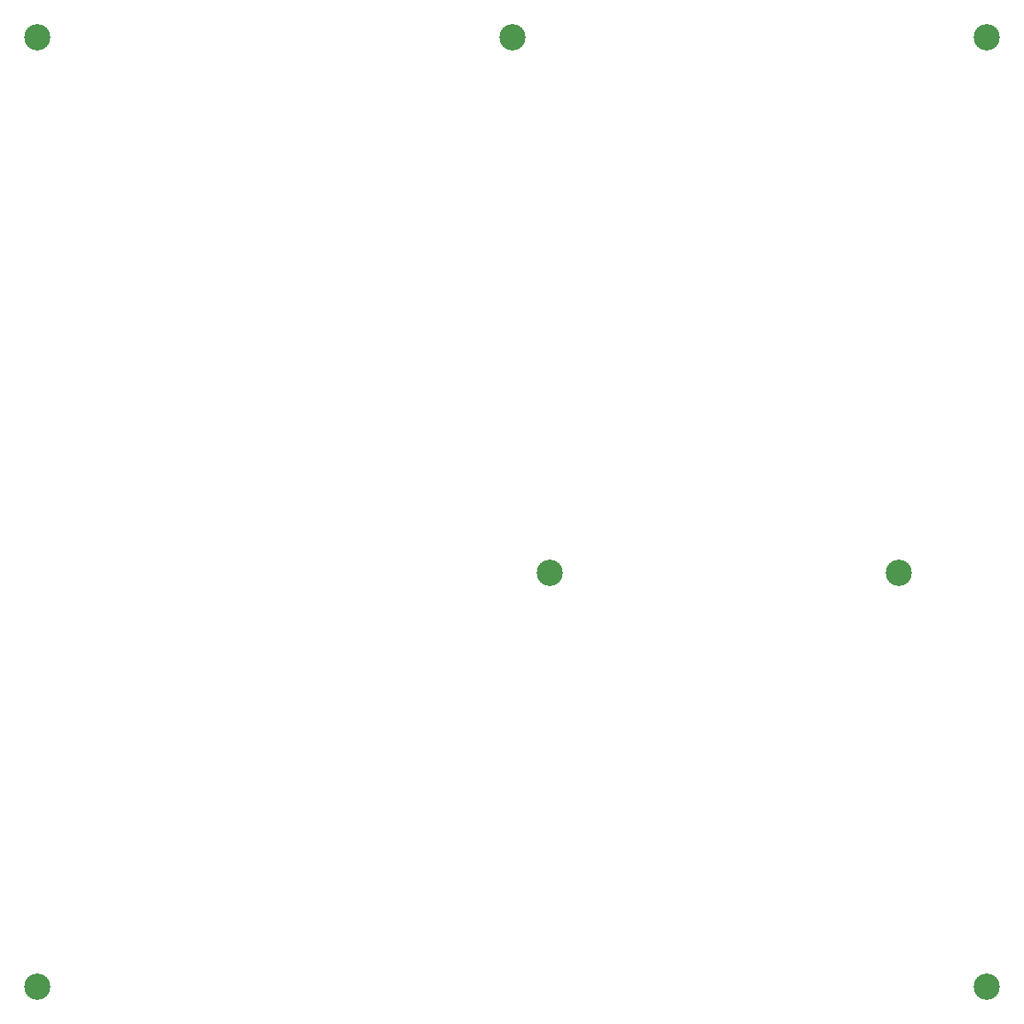
<source format=gbr>
%TF.GenerationSoftware,KiCad,Pcbnew,8.0.2*%
%TF.CreationDate,2024-05-14T20:48:34+07:00*%
%TF.ProjectId,HW.ACIM-INV,48572e41-4349-44d2-9d49-4e562e6b6963,0.0*%
%TF.SameCoordinates,Original*%
%TF.FileFunction,NonPlated,1,4,NPTH,Drill*%
%TF.FilePolarity,Positive*%
%FSLAX46Y46*%
G04 Gerber Fmt 4.6, Leading zero omitted, Abs format (unit mm)*
G04 Created by KiCad (PCBNEW 8.0.2) date 2024-05-14 20:48:34*
%MOMM*%
%LPD*%
G01*
G04 APERTURE LIST*
%TA.AperFunction,ComponentDrill*%
%ADD10C,2.500000*%
%TD*%
G04 APERTURE END LIST*
D10*
%TO.C,REF\u002A\u002A*%
X100000000Y-40000000D03*
%TO.C,*%
X100000000Y-130500000D03*
X145250000Y-40000000D03*
X148825000Y-91025000D03*
X182125000Y-91025000D03*
X190500000Y-40000000D03*
X190500000Y-130500000D03*
M02*

</source>
